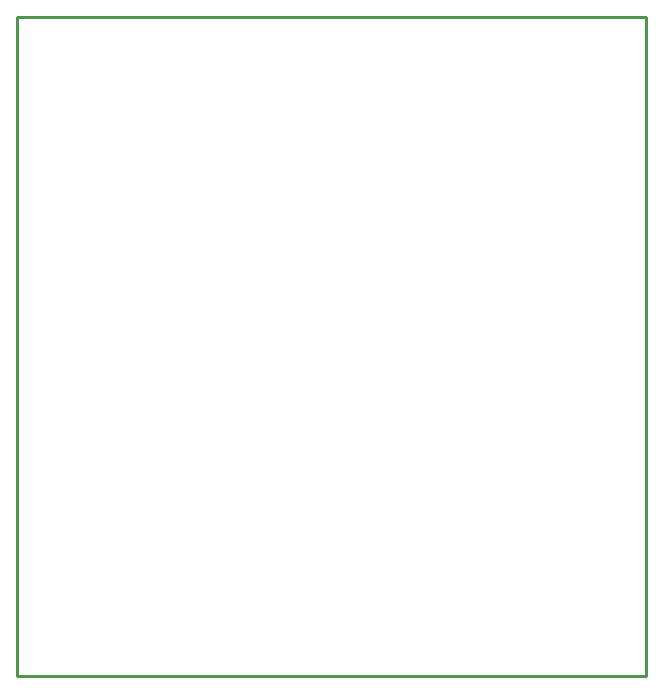
<source format=gko>
G04 Layer: BoardOutline*
G04 EasyEDA v6.4.7, 2020-12-07T19:31:32+01:00*
G04 02f0051ec37e44d6b2a2dac138836381,6c12292d01d74c0c9c6e030c211cd8ae,10*
G04 Gerber Generator version 0.2*
G04 Scale: 100 percent, Rotated: No, Reflected: No *
G04 Dimensions in millimeters *
G04 leading zeros omitted , absolute positions ,3 integer and 3 decimal *
%FSLAX33Y33*%
%MOMM*%
G90*
D02*

%ADD10C,0.254000*%
G54D10*
G01X0Y55753D02*
G01X1778Y55753D01*
G01X53213Y55753D01*
G01X53213Y0D01*
G01X0Y0D01*
G01X0Y53848D01*
G01X0Y55753D01*

%LPD*%
M00*
M02*

</source>
